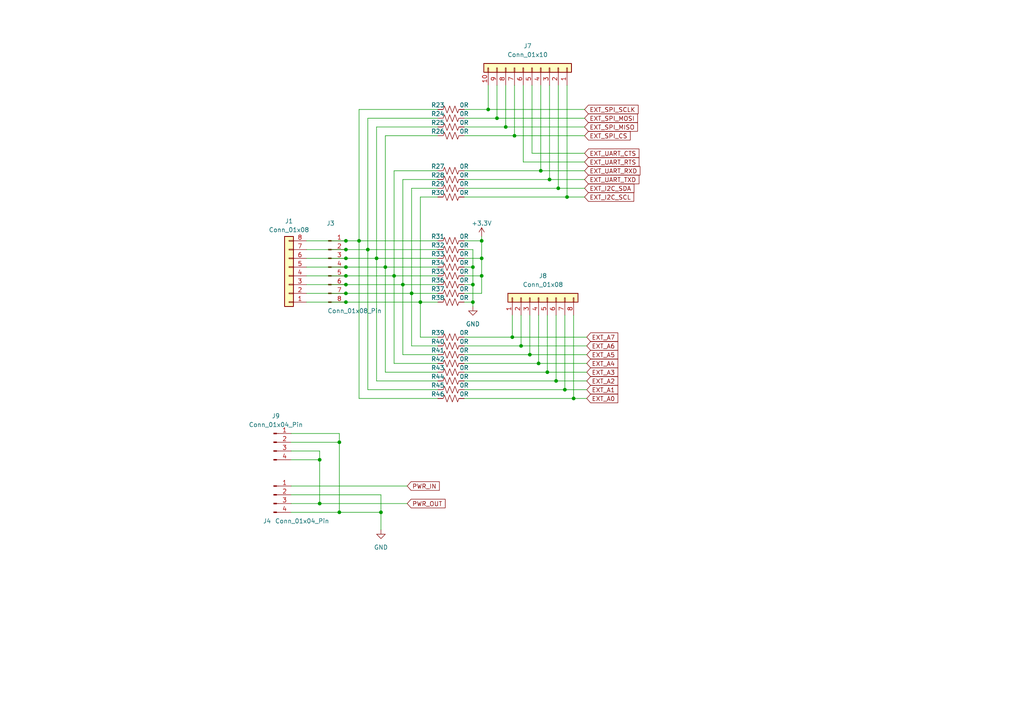
<source format=kicad_sch>
(kicad_sch (version 20230121) (generator eeschema)
  (paper "A4")
  (lib_symbols
    (symbol "Connector:Conn_01x04_Pin" (pin_names (offset 1.016) hide)
      (property "Reference" "J" (at 0 5.08 0))
      (property "Value" "Conn_01x04_Pin" (at 0 -7.62 0))
      (symbol "Conn_01x04_Pin_1_1"
        (polyline (pts (xy 1.27 -5.08) (xy 0.8636 -5.08)) (stroke (width 0.1524)))
        (polyline (pts (xy 1.27 -2.54) (xy 0.8636 -2.54)) (stroke (width 0.1524)))
        (polyline (pts (xy 1.27 0) (xy 0.8636 0)) (stroke (width 0.1524)))
        (polyline (pts (xy 1.27 2.54) (xy 0.8636 2.54)) (stroke (width 0.1524)))
        (rectangle (start 0.8636 -4.953) (end 0 -5.207) (stroke (width 0.1524)) (fill (type outline)))
        (rectangle (start 0.8636 -2.413) (end 0 -2.667) (stroke (width 0.1524)) (fill (type outline)))
        (rectangle (start 0.8636 0.127) (end 0 -0.127) (stroke (width 0.1524)) (fill (type outline)))
        (rectangle (start 0.8636 2.667) (end 0 2.413) (stroke (width 0.1524)) (fill (type outline)))
        (pin passive line (at 5.08 2.54 180) (length 3.81) (name "Pin_1") (number "1"))
        (pin passive line (at 5.08 0 180) (length 3.81) (name "Pin_2") (number "2"))
        (pin passive line (at 5.08 -2.54 180) (length 3.81) (name "Pin_3") (number "3"))
        (pin passive line (at 5.08 -5.08 180) (length 3.81) (name "Pin_4") (number "4"))
      )
    )
    (symbol "Connector:Conn_01x08_Pin" (pin_names (offset 1.016) hide)
      (property "Reference" "J" (at 0 10.16 0))
      (property "Value" "Conn_01x08_Pin" (at 0 -12.7 0))
      (symbol "Conn_01x08_Pin_1_1"
        (polyline (pts (xy 1.27 -10.16) (xy 0.8636 -10.16)) (stroke (width 0.1524)))
        (polyline (pts (xy 1.27 -7.62) (xy 0.8636 -7.62)) (stroke (width 0.1524)))
        (polyline (pts (xy 1.27 -5.08) (xy 0.8636 -5.08)) (stroke (width 0.1524)))
        (polyline (pts (xy 1.27 -2.54) (xy 0.8636 -2.54)) (stroke (width 0.1524)))
        (polyline (pts (xy 1.27 0) (xy 0.8636 0)) (stroke (width 0.1524)))
        (polyline (pts (xy 1.27 2.54) (xy 0.8636 2.54)) (stroke (width 0.1524)))
        (polyline (pts (xy 1.27 5.08) (xy 0.8636 5.08)) (stroke (width 0.1524)))
        (polyline (pts (xy 1.27 7.62) (xy 0.8636 7.62)) (stroke (width 0.1524)))
        (rectangle (start 0.8636 -10.033) (end 0 -10.287) (stroke (width 0.1524)) (fill (type outline)))
        (rectangle (start 0.8636 -7.493) (end 0 -7.747) (stroke (width 0.1524)) (fill (type outline)))
        (rectangle (start 0.8636 -4.953) (end 0 -5.207) (stroke (width 0.1524)) (fill (type outline)))
        (rectangle (start 0.8636 -2.413) (end 0 -2.667) (stroke (width 0.1524)) (fill (type outline)))
        (rectangle (start 0.8636 0.127) (end 0 -0.127) (stroke (width 0.1524)) (fill (type outline)))
        (rectangle (start 0.8636 2.667) (end 0 2.413) (stroke (width 0.1524)) (fill (type outline)))
        (rectangle (start 0.8636 5.207) (end 0 4.953) (stroke (width 0.1524)) (fill (type outline)))
        (rectangle (start 0.8636 7.747) (end 0 7.493) (stroke (width 0.1524)) (fill (type outline)))
        (pin passive line (at 5.08 7.62 180) (length 3.81) (name "Pin_1") (number "1"))
        (pin passive line (at 5.08 5.08 180) (length 3.81) (name "Pin_2") (number "2"))
        (pin passive line (at 5.08 2.54 180) (length 3.81) (name "Pin_3") (number "3"))
        (pin passive line (at 5.08 0 180) (length 3.81) (name "Pin_4") (number "4"))
        (pin passive line (at 5.08 -2.54 180) (length 3.81) (name "Pin_5") (number "5"))
        (pin passive line (at 5.08 -5.08 180) (length 3.81) (name "Pin_6") (number "6"))
        (pin passive line (at 5.08 -7.62 180) (length 3.81) (name "Pin_7") (number "7"))
        (pin passive line (at 5.08 -10.16 180) (length 3.81) (name "Pin_8") (number "8"))
      )
    )
    (symbol "Connector_Generic:Conn_01x08" (pin_names (offset 1.016) hide)
      (property "Reference" "J" (at 0 10.16 0))
      (property "Value" "Conn_01x08" (at 0 -12.7 0))
      (symbol "Conn_01x08_1_1"
        (rectangle (start -1.27 -10.033) (end 0 -10.287) (stroke (width 0.1524)))
        (rectangle (start -1.27 -7.493) (end 0 -7.747) (stroke (width 0.1524)))
        (rectangle (start -1.27 -4.953) (end 0 -5.207) (stroke (width 0.1524)))
        (rectangle (start -1.27 -2.413) (end 0 -2.667) (stroke (width 0.1524)))
        (rectangle (start -1.27 0.127) (end 0 -0.127) (stroke (width 0.1524)))
        (rectangle (start -1.27 2.667) (end 0 2.413) (stroke (width 0.1524)))
        (rectangle (start -1.27 5.207) (end 0 4.953) (stroke (width 0.1524)))
        (rectangle (start -1.27 7.747) (end 0 7.493) (stroke (width 0.1524)))
        (rectangle (start -1.27 8.89) (end 1.27 -11.43) (stroke (width 0.254)) (fill (type background)))
        (pin passive line (at -5.08 7.62 0) (length 3.81) (name "Pin_1") (number "1"))
        (pin passive line (at -5.08 5.08 0) (length 3.81) (name "Pin_2") (number "2"))
        (pin passive line (at -5.08 2.54 0) (length 3.81) (name "Pin_3") (number "3"))
        (pin passive line (at -5.08 0 0) (length 3.81) (name "Pin_4") (number "4"))
        (pin passive line (at -5.08 -2.54 0) (length 3.81) (name "Pin_5") (number "5"))
        (pin passive line (at -5.08 -5.08 0) (length 3.81) (name "Pin_6") (number "6"))
        (pin passive line (at -5.08 -7.62 0) (length 3.81) (name "Pin_7") (number "7"))
        (pin passive line (at -5.08 -10.16 0) (length 3.81) (name "Pin_8") (number "8"))
      )
    )
    (symbol "Connector_Generic:Conn_01x10" (pin_names (offset 1.016) hide)
      (property "Reference" "J" (at 0 12.7 0))
      (property "Value" "Conn_01x10" (at 0 -15.24 0))
      (symbol "Conn_01x10_1_1"
        (rectangle (start -1.27 -12.573) (end 0 -12.827) (stroke (width 0.1524)))
        (rectangle (start -1.27 -10.033) (end 0 -10.287) (stroke (width 0.1524)))
        (rectangle (start -1.27 -7.493) (end 0 -7.747) (stroke (width 0.1524)))
        (rectangle (start -1.27 -4.953) (end 0 -5.207) (stroke (width 0.1524)))
        (rectangle (start -1.27 -2.413) (end 0 -2.667) (stroke (width 0.1524)))
        (rectangle (start -1.27 0.127) (end 0 -0.127) (stroke (width 0.1524)))
        (rectangle (start -1.27 2.667) (end 0 2.413) (stroke (width 0.1524)))
        (rectangle (start -1.27 5.207) (end 0 4.953) (stroke (width 0.1524)))
        (rectangle (start -1.27 7.747) (end 0 7.493) (stroke (width 0.1524)))
        (rectangle (start -1.27 10.287) (end 0 10.033) (stroke (width 0.1524)))
        (rectangle (start -1.27 11.43) (end 1.27 -13.97) (stroke (width 0.254)) (fill (type background)))
        (pin passive line (at -5.08 10.16 0) (length 3.81) (name "Pin_1") (number "1"))
        (pin passive line (at -5.08 -12.7 0) (length 3.81) (name "Pin_10") (number "10"))
        (pin passive line (at -5.08 7.62 0) (length 3.81) (name "Pin_2") (number "2"))
        (pin passive line (at -5.08 5.08 0) (length 3.81) (name "Pin_3") (number "3"))
        (pin passive line (at -5.08 2.54 0) (length 3.81) (name "Pin_4") (number "4"))
        (pin passive line (at -5.08 0 0) (length 3.81) (name "Pin_5") (number "5"))
        (pin passive line (at -5.08 -2.54 0) (length 3.81) (name "Pin_6") (number "6"))
        (pin passive line (at -5.08 -5.08 0) (length 3.81) (name "Pin_7") (number "7"))
        (pin passive line (at -5.08 -7.62 0) (length 3.81) (name "Pin_8") (number "8"))
        (pin passive line (at -5.08 -10.16 0) (length 3.81) (name "Pin_9") (number "9"))
      )
    )
    (symbol "Device:R_US" (pin_numbers hide) (pin_names (offset 0))
      (property "Reference" "R" (at 2.54 0 90))
      (property "Value" "R_US" (at -2.54 0 90))
      (symbol "R_US_0_1"
        (polyline (pts (xy 0 -2.286) (xy 0 -2.54)))
        (polyline (pts (xy 0 2.286) (xy 0 2.54)))
        (polyline (pts (xy 0 -0.762) (xy 1.016 -1.143) (xy 0 -1.524) (xy -1.016 -1.905) (xy 0 -2.286)))
        (polyline (pts (xy 0 0.762) (xy 1.016 0.381) (xy 0 0) (xy -1.016 -0.381) (xy 0 -0.762)))
        (polyline (pts (xy 0 2.286) (xy 1.016 1.905) (xy 0 1.524) (xy -1.016 1.143) (xy 0 0.762)))
      )
      (symbol "R_US_1_1"
        (pin passive line (at 0 3.81 270) (length 1.27) (name "~") (number "1"))
        (pin passive line (at 0 -3.81 90) (length 1.27) (name "~") (number "2"))
      )
    )
    (symbol "power:+3.3V" (power) (pin_names (offset 0))
      (property "Value" "+3.3V" (at 0 3.556 0))
      (symbol "+3.3V_0_1"
        (polyline (pts (xy -0.762 1.27) (xy 0 2.54)))
        (polyline (pts (xy 0 0) (xy 0 2.54)))
        (polyline (pts (xy 0 2.54) (xy 0.762 1.27)))
      )
      (symbol "+3.3V_1_1"
        (pin power_in line (at 0 0 90) (length 0) hide (name "+3.3V") (number "1"))
      )
    )
    (symbol "power:GND" (power) (pin_names (offset 0))
      (property "Value" "GND" (at 0 -3.81 0))
      (symbol "GND_0_1"
        (polyline (pts (xy 0 0) (xy 0 -1.27) (xy 1.27 -1.27) (xy 0 -2.54) (xy -1.27 -1.27) (xy 0 -1.27)))
      )
      (symbol "GND_1_1"
        (pin power_in line (at 0 0 270) (length 0) hide (name "GND") (number "1"))
      )
    )
  )
  (junction (at 156.845 49.53))
  (junction (at 100.33 77.47))
  (junction (at 98.425 128.27))
  (junction (at 98.425 148.59))
  (junction (at 161.925 54.61))
  (junction (at 164.465 57.15))
  (junction (at 100.33 85.09))
  (junction (at 137.16 82.55))
  (junction (at 100.33 69.85))
  (junction (at 166.37 115.57))
  (junction (at 139.7 69.85))
  (junction (at 137.16 87.63))
  (junction (at 110.49 148.59))
  (junction (at 141.605 31.75))
  (junction (at 106.68 72.39))
  (junction (at 92.71 146.05))
  (junction (at 100.33 80.01))
  (junction (at 137.16 77.47))
  (junction (at 156.21 105.41))
  (junction (at 104.14 69.85))
  (junction (at 100.33 87.63))
  (junction (at 139.7 74.93))
  (junction (at 119.38 85.09))
  (junction (at 146.685 36.83))
  (junction (at 163.83 113.03))
  (junction (at 100.33 74.93))
  (junction (at 100.33 72.39))
  (junction (at 114.3 80.01))
  (junction (at 111.76 77.47))
  (junction (at 92.71 133.35))
  (junction (at 153.67 102.87))
  (junction (at 116.84 82.55))
  (junction (at 159.385 52.07))
  (junction (at 109.22 74.93))
  (junction (at 100.33 82.55))
  (junction (at 121.92 87.63))
  (junction (at 151.13 100.33))
  (junction (at 148.59 97.79))
  (junction (at 144.145 34.29))
  (junction (at 149.225 39.37))
  (junction (at 158.75 107.95))
  (junction (at 161.29 110.49))
  (junction (at 139.7 80.01))
  (wire (pts (xy 98.425 148.59) (xy 110.49 148.59)))
  (wire (pts (xy 127 57.15) (xy 121.92 57.15)))
  (wire (pts (xy 100.33 85.09) (xy 119.38 85.09)))
  (wire (pts (xy 106.68 34.29) (xy 106.68 72.39)))
  (wire (pts (xy 127 54.61) (xy 119.38 54.61)))
  (wire (pts (xy 100.33 74.93) (xy 109.22 74.93)))
  (wire (pts (xy 127 107.95) (xy 111.76 107.95)))
  (wire (pts (xy 163.83 91.44) (xy 163.83 113.03)))
  (wire (pts (xy 92.71 133.35) (xy 92.71 146.05)))
  (wire (pts (xy 134.62 87.63) (xy 137.16 87.63)))
  (wire (pts (xy 149.225 39.37) (xy 169.545 39.37)))
  (wire (pts (xy 116.84 82.55) (xy 127 82.55)))
  (wire (pts (xy 88.9 87.63) (xy 100.33 87.63)))
  (wire (pts (xy 154.305 24.765) (xy 154.305 44.45)))
  (wire (pts (xy 119.38 85.09) (xy 127 85.09)))
  (wire (pts (xy 92.71 146.05) (xy 118.11 146.05)))
  (wire (pts (xy 127 39.37) (xy 111.76 39.37)))
  (wire (pts (xy 151.13 91.44) (xy 151.13 100.33)))
  (wire (pts (xy 146.685 36.83) (xy 169.545 36.83)))
  (wire (pts (xy 127 102.87) (xy 116.84 102.87)))
  (wire (pts (xy 166.37 115.57) (xy 134.62 115.57)))
  (wire (pts (xy 114.3 105.41) (xy 114.3 80.01)))
  (wire (pts (xy 141.605 24.765) (xy 141.605 31.75)))
  (wire (pts (xy 134.62 72.39) (xy 137.16 72.39)))
  (wire (pts (xy 137.16 87.63) (xy 137.16 88.9)))
  (wire (pts (xy 159.385 24.765) (xy 159.385 52.07)))
  (wire (pts (xy 119.38 100.33) (xy 119.38 85.09)))
  (wire (pts (xy 88.9 82.55) (xy 100.33 82.55)))
  (wire (pts (xy 134.62 34.29) (xy 144.145 34.29)))
  (wire (pts (xy 88.9 80.01) (xy 100.33 80.01)))
  (wire (pts (xy 161.29 91.44) (xy 161.29 110.49)))
  (wire (pts (xy 88.9 85.09) (xy 100.33 85.09)))
  (wire (pts (xy 156.845 24.765) (xy 156.845 49.53)))
  (wire (pts (xy 100.33 87.63) (xy 121.92 87.63)))
  (wire (pts (xy 127 31.75) (xy 104.14 31.75)))
  (wire (pts (xy 104.14 69.85) (xy 127 69.85)))
  (wire (pts (xy 100.33 69.85) (xy 104.14 69.85)))
  (wire (pts (xy 170.18 105.41) (xy 156.21 105.41)))
  (wire (pts (xy 161.925 24.765) (xy 161.925 54.61)))
  (wire (pts (xy 88.9 69.85) (xy 100.33 69.85)))
  (wire (pts (xy 106.68 113.03) (xy 106.68 72.39)))
  (wire (pts (xy 134.62 49.53) (xy 156.845 49.53)))
  (wire (pts (xy 137.16 72.39) (xy 137.16 77.47)))
  (wire (pts (xy 88.9 74.93) (xy 100.33 74.93)))
  (wire (pts (xy 98.425 125.73) (xy 98.425 128.27)))
  (wire (pts (xy 109.22 110.49) (xy 109.22 74.93)))
  (wire (pts (xy 151.13 100.33) (xy 134.62 100.33)))
  (wire (pts (xy 121.92 87.63) (xy 127 87.63)))
  (wire (pts (xy 151.765 46.99) (xy 169.545 46.99)))
  (wire (pts (xy 161.29 110.49) (xy 134.62 110.49)))
  (wire (pts (xy 109.22 74.93) (xy 127 74.93)))
  (wire (pts (xy 134.62 82.55) (xy 137.16 82.55)))
  (wire (pts (xy 98.425 128.27) (xy 98.425 148.59)))
  (wire (pts (xy 159.385 52.07) (xy 169.545 52.07)))
  (wire (pts (xy 84.455 130.81) (xy 92.71 130.81)))
  (wire (pts (xy 100.33 72.39) (xy 106.68 72.39)))
  (wire (pts (xy 134.62 77.47) (xy 137.16 77.47)))
  (wire (pts (xy 116.84 52.07) (xy 116.84 82.55)))
  (wire (pts (xy 134.62 85.09) (xy 139.7 85.09)))
  (wire (pts (xy 153.67 91.44) (xy 153.67 102.87)))
  (wire (pts (xy 84.455 133.35) (xy 92.71 133.35)))
  (wire (pts (xy 158.75 91.44) (xy 158.75 107.95)))
  (wire (pts (xy 109.22 36.83) (xy 109.22 74.93)))
  (wire (pts (xy 139.7 74.93) (xy 139.7 69.85)))
  (wire (pts (xy 111.76 39.37) (xy 111.76 77.47)))
  (wire (pts (xy 151.765 24.765) (xy 151.765 46.99)))
  (wire (pts (xy 170.18 115.57) (xy 166.37 115.57)))
  (wire (pts (xy 127 36.83) (xy 109.22 36.83)))
  (wire (pts (xy 134.62 102.87) (xy 153.67 102.87)))
  (wire (pts (xy 137.16 82.55) (xy 137.16 87.63)))
  (wire (pts (xy 100.33 77.47) (xy 111.76 77.47)))
  (wire (pts (xy 134.62 113.03) (xy 163.83 113.03)))
  (wire (pts (xy 156.21 91.44) (xy 156.21 105.41)))
  (wire (pts (xy 134.62 36.83) (xy 146.685 36.83)))
  (wire (pts (xy 134.62 97.79) (xy 148.59 97.79)))
  (wire (pts (xy 170.18 110.49) (xy 161.29 110.49)))
  (wire (pts (xy 169.545 44.45) (xy 154.305 44.45)))
  (wire (pts (xy 141.605 31.75) (xy 169.545 31.75)))
  (wire (pts (xy 134.62 31.75) (xy 141.605 31.75)))
  (wire (pts (xy 127 49.53) (xy 114.3 49.53)))
  (wire (pts (xy 84.455 148.59) (xy 98.425 148.59)))
  (wire (pts (xy 84.455 143.51) (xy 110.49 143.51)))
  (wire (pts (xy 127 100.33) (xy 119.38 100.33)))
  (wire (pts (xy 121.92 57.15) (xy 121.92 87.63)))
  (wire (pts (xy 164.465 24.765) (xy 164.465 57.15)))
  (wire (pts (xy 146.685 24.765) (xy 146.685 36.83)))
  (wire (pts (xy 127 110.49) (xy 109.22 110.49)))
  (wire (pts (xy 134.62 107.95) (xy 158.75 107.95)))
  (wire (pts (xy 84.455 140.97) (xy 118.11 140.97)))
  (wire (pts (xy 149.225 24.765) (xy 149.225 39.37)))
  (wire (pts (xy 111.76 77.47) (xy 127 77.47)))
  (wire (pts (xy 88.9 72.39) (xy 100.33 72.39)))
  (wire (pts (xy 121.92 97.79) (xy 121.92 87.63)))
  (wire (pts (xy 134.62 52.07) (xy 159.385 52.07)))
  (wire (pts (xy 119.38 54.61) (xy 119.38 85.09)))
  (wire (pts (xy 127 105.41) (xy 114.3 105.41)))
  (wire (pts (xy 158.75 107.95) (xy 170.18 107.95)))
  (wire (pts (xy 100.33 82.55) (xy 116.84 82.55)))
  (wire (pts (xy 114.3 49.53) (xy 114.3 80.01)))
  (wire (pts (xy 148.59 91.44) (xy 148.59 97.79)))
  (wire (pts (xy 104.14 115.57) (xy 104.14 69.85)))
  (wire (pts (xy 100.33 80.01) (xy 114.3 80.01)))
  (wire (pts (xy 84.455 125.73) (xy 98.425 125.73)))
  (wire (pts (xy 127 97.79) (xy 121.92 97.79)))
  (wire (pts (xy 106.68 72.39) (xy 127 72.39)))
  (wire (pts (xy 110.49 153.67) (xy 110.49 148.59)))
  (wire (pts (xy 104.14 31.75) (xy 104.14 69.85)))
  (wire (pts (xy 166.37 91.44) (xy 166.37 115.57)))
  (wire (pts (xy 127 115.57) (xy 104.14 115.57)))
  (wire (pts (xy 92.71 130.81) (xy 92.71 133.35)))
  (wire (pts (xy 139.7 80.01) (xy 139.7 74.93)))
  (wire (pts (xy 84.455 128.27) (xy 98.425 128.27)))
  (wire (pts (xy 84.455 146.05) (xy 92.71 146.05)))
  (wire (pts (xy 127 34.29) (xy 106.68 34.29)))
  (wire (pts (xy 134.62 54.61) (xy 161.925 54.61)))
  (wire (pts (xy 161.925 54.61) (xy 169.545 54.61)))
  (wire (pts (xy 127 113.03) (xy 106.68 113.03)))
  (wire (pts (xy 156.845 49.53) (xy 169.545 49.53)))
  (wire (pts (xy 116.84 102.87) (xy 116.84 82.55)))
  (wire (pts (xy 153.67 102.87) (xy 170.18 102.87)))
  (wire (pts (xy 156.21 105.41) (xy 134.62 105.41)))
  (wire (pts (xy 148.59 97.79) (xy 170.18 97.79)))
  (wire (pts (xy 134.62 39.37) (xy 149.225 39.37)))
  (wire (pts (xy 127 52.07) (xy 116.84 52.07)))
  (wire (pts (xy 139.7 69.85) (xy 139.7 68.58)))
  (wire (pts (xy 134.62 57.15) (xy 164.465 57.15)))
  (wire (pts (xy 88.9 77.47) (xy 100.33 77.47)))
  (wire (pts (xy 110.49 148.59) (xy 110.49 143.51)))
  (wire (pts (xy 139.7 85.09) (xy 139.7 80.01)))
  (wire (pts (xy 144.145 34.29) (xy 169.545 34.29)))
  (wire (pts (xy 134.62 74.93) (xy 139.7 74.93)))
  (wire (pts (xy 137.16 77.47) (xy 137.16 82.55)))
  (wire (pts (xy 134.62 69.85) (xy 139.7 69.85)))
  (wire (pts (xy 163.83 113.03) (xy 170.18 113.03)))
  (wire (pts (xy 134.62 80.01) (xy 139.7 80.01)))
  (wire (pts (xy 111.76 107.95) (xy 111.76 77.47)))
  (wire (pts (xy 164.465 57.15) (xy 169.545 57.15)))
  (wire (pts (xy 114.3 80.01) (xy 127 80.01)))
  (wire (pts (xy 144.145 24.765) (xy 144.145 34.29)))
  (wire (pts (xy 170.18 100.33) (xy 151.13 100.33)))
  (global_label "EXT_A4" (shape input) (at 170.18 105.41 0) (property "Intersheetrefs" "${INTERSHEET_REFS}" (effects hide)))
  (global_label "EXT_SPI_MOSI" (shape input) (at 169.545 34.29 0) (property "Intersheetrefs" "${INTERSHEET_REFS}" (effects hide)))
  (global_label "EXT_A2" (shape input) (at 170.18 110.49 0) (property "Intersheetrefs" "${INTERSHEET_REFS}" (effects hide)))
  (global_label "EXT_SPI_CS" (shape input) (at 169.545 39.37 0) (property "Intersheetrefs" "${INTERSHEET_REFS}" (effects hide)))
  (global_label "EXT_UART_CTS" (shape input) (at 169.545 44.45 0) (property "Intersheetrefs" "${INTERSHEET_REFS}" (effects hide)))
  (global_label "PWR_OUT" (shape input) (at 118.11 146.05 0) (property "Intersheetrefs" "${INTERSHEET_REFS}" (effects hide)))
  (global_label "EXT_A3" (shape input) (at 170.18 107.95 0) (property "Intersheetrefs" "${INTERSHEET_REFS}" (effects hide)))
  (global_label "EXT_A5" (shape input) (at 170.18 102.87 0) (property "Intersheetrefs" "${INTERSHEET_REFS}" (effects hide)))
  (global_label "EXT_I2C_SCL" (shape input) (at 169.545 57.15 0) (property "Intersheetrefs" "${INTERSHEET_REFS}" (effects hide)))
  (global_label "EXT_UART_RTS" (shape input) (at 169.545 46.99 0) (property "Intersheetrefs" "${INTERSHEET_REFS}" (effects hide)))
  (global_label "EXT_UART_RXD" (shape input) (at 169.545 49.53 0) (property "Intersheetrefs" "${INTERSHEET_REFS}" (effects hide)))
  (global_label "EXT_SPI_MISO" (shape input) (at 169.545 36.83 0) (property "Intersheetrefs" "${INTERSHEET_REFS}" (effects hide)))
  (global_label "EXT_A1" (shape input) (at 170.18 113.03 0) (property "Intersheetrefs" "${INTERSHEET_REFS}" (effects hide)))
  (global_label "EXT_A6" (shape input) (at 170.18 100.33 0) (property "Intersheetrefs" "${INTERSHEET_REFS}" (effects hide)))
  (global_label "EXT_UART_TXD" (shape input) (at 169.545 52.07 0) (property "Intersheetrefs" "${INTERSHEET_REFS}" (effects hide)))
  (global_label "EXT_A7" (shape input) (at 170.18 97.79 0) (property "Intersheetrefs" "${INTERSHEET_REFS}" (effects hide)))
  (global_label "EXT_I2C_SDA" (shape input) (at 169.545 54.61 0) (property "Intersheetrefs" "${INTERSHEET_REFS}" (effects hide)))
  (global_label "EXT_SPI_SCLK" (shape input) (at 169.545 31.75 0) (property "Intersheetrefs" "${INTERSHEET_REFS}" (effects hide)))
  (global_label "EXT_A0" (shape input) (at 170.18 115.57 0) (property "Intersheetrefs" "${INTERSHEET_REFS}" (effects hide)))
  (global_label "PWR_IN" (shape input) (at 118.11 140.97 0) (property "Intersheetrefs" "${INTERSHEET_REFS}" (effects hide)))
  (symbol (lib_id "Connector:Conn_01x08_Pin") (at 95.25 77.47 0) (unit 1)
    (property "Reference" "J3" (at 95.885 64.77 0))
    (property "Value" "Conn_01x08_Pin" (at 102.87 90.17 0))
    (property "Footprint" "Connector_Molex:Molex_CLIK-Mate_502443-0870_1x08-1MP_P2.00mm_Vertical" (effects hide))
  )
  (symbol (lib_id "Device:R_US") (at 130.81 77.47 90) (unit 1)
    (property "Reference" "R34" (at 127 76.2 90))
    (property "Value" "0R" (at 134.62 76.2 90))
    (property "Footprint" "Resistor_SMD:R_0603_1608Metric" (effects hide))
  )
  (symbol (lib_id "power:+3.3V") (at 139.7 68.58 0) (unit 1)
    (property "Reference" "#PWR028" (effects hide))
    (property "Value" "+3.3V" (at 139.7 64.77 0))
  )
  (symbol (lib_id "Device:R_US") (at 130.81 57.15 90) (unit 1)
    (property "Reference" "R30" (at 127 55.88 90))
    (property "Value" "0R" (at 134.62 55.88 90))
    (property "Footprint" "Resistor_SMD:R_0603_1608Metric" (effects hide))
  )
  (symbol (lib_id "Device:R_US") (at 130.81 110.49 90) (unit 1)
    (property "Reference" "R44" (at 127 109.22 90))
    (property "Value" "0R" (at 134.62 109.22 90))
    (property "Footprint" "Resistor_SMD:R_0603_1608Metric" (effects hide))
  )
  (symbol (lib_id "Device:R_US") (at 130.81 69.85 90) (unit 1)
    (property "Reference" "R31" (at 127 68.58 90))
    (property "Value" "0R" (at 134.62 68.58 90))
    (property "Footprint" "Resistor_SMD:R_0603_1608Metric" (effects hide))
  )
  (symbol (lib_id "Device:R_US") (at 130.81 36.83 90) (unit 1)
    (property "Reference" "R25" (at 127 35.56 90))
    (property "Value" "0R" (at 134.62 35.56 90))
    (property "Footprint" "Resistor_SMD:R_0603_1608Metric" (effects hide))
  )
  (symbol (lib_id "Device:R_US") (at 130.81 54.61 90) (unit 1)
    (property "Reference" "R29" (at 127 53.34 90))
    (property "Value" "0R" (at 134.62 53.34 90))
    (property "Footprint" "Resistor_SMD:R_0603_1608Metric" (effects hide))
  )
  (symbol (lib_id "Device:R_US") (at 130.81 31.75 90) (unit 1)
    (property "Reference" "R23" (at 127 30.48 90))
    (property "Value" "0R" (at 134.62 30.48 90))
    (property "Footprint" "Resistor_SMD:R_0603_1608Metric" (effects hide))
  )
  (symbol (lib_id "Device:R_US") (at 130.81 82.55 90) (unit 1)
    (property "Reference" "R36" (at 127 81.28 90))
    (property "Value" "0R" (at 134.62 81.28 90))
    (property "Footprint" "Resistor_SMD:R_0603_1608Metric" (effects hide))
  )
  (symbol (lib_id "Connector_Generic:Conn_01x08") (at 83.82 80.01 180) (unit 1)
    (property "Reference" "J1" (at 83.82 64.135 0))
    (property "Value" "Conn_01x08" (at 83.82 66.675 0))
    (property "Footprint" "Connector_PinHeader_1.27mm:PinHeader_1x08_P1.27mm_Vertical" (effects hide))
  )
  (symbol (lib_id "Device:R_US") (at 130.81 85.09 90) (unit 1)
    (property "Reference" "R37" (at 127 83.82 90))
    (property "Value" "0R" (at 134.62 83.82 90))
    (property "Footprint" "Resistor_SMD:R_0603_1608Metric" (effects hide))
  )
  (symbol (lib_id "Device:R_US") (at 130.81 87.63 90) (unit 1)
    (property "Reference" "R38" (at 127 86.36 90))
    (property "Value" "0R" (at 134.62 86.36 90))
    (property "Footprint" "Resistor_SMD:R_0603_1608Metric" (effects hide))
  )
  (symbol (lib_id "Device:R_US") (at 130.81 115.57 90) (unit 1)
    (property "Reference" "R46" (at 127 114.3 90))
    (property "Value" "0R" (at 134.62 114.3 90))
    (property "Footprint" "Resistor_SMD:R_0603_1608Metric" (effects hide))
  )
  (symbol (lib_id "power:GND") (at 137.16 88.9 0) (unit 1)
    (property "Reference" "#PWR027" (effects hide))
    (property "Value" "GND" (at 137.16 93.98 0))
  )
  (symbol (lib_id "Connector:Conn_01x04_Pin") (at 79.375 128.27 0) (unit 1)
    (property "Reference" "J9" (at 80.01 120.65 0))
    (property "Value" "Conn_01x04_Pin" (at 80.01 123.19 0))
    (property "Footprint" "Connector_PinSocket_1.27mm:PinSocket_1x04_P1.27mm_Vertical" (effects hide))
  )
  (symbol (lib_id "Device:R_US") (at 130.81 100.33 90) (unit 1)
    (property "Reference" "R40" (at 127 99.06 90))
    (property "Value" "0R" (at 134.62 99.06 90))
    (property "Footprint" "Resistor_SMD:R_0603_1608Metric" (effects hide))
  )
  (symbol (lib_id "Connector_Generic:Conn_01x08") (at 156.21 86.36 90) (unit 1)
    (property "Reference" "J8" (at 157.48 80.01 90))
    (property "Value" "Conn_01x08" (at 157.48 82.55 90))
    (property "Footprint" "Connector_PinHeader_1.27mm:PinHeader_1x08_P1.27mm_Vertical" (effects hide))
  )
  (symbol (lib_id "Device:R_US") (at 130.81 80.01 90) (unit 1)
    (property "Reference" "R35" (at 127 78.74 90))
    (property "Value" "0R" (at 134.62 78.74 90))
    (property "Footprint" "Resistor_SMD:R_0603_1608Metric" (effects hide))
  )
  (symbol (lib_id "Device:R_US") (at 130.81 107.95 90) (unit 1)
    (property "Reference" "R43" (at 127 106.68 90))
    (property "Value" "0R" (at 134.62 106.68 90))
    (property "Footprint" "Resistor_SMD:R_0603_1608Metric" (effects hide))
  )
  (symbol (lib_id "Device:R_US") (at 130.81 105.41 90) (unit 1)
    (property "Reference" "R42" (at 127 104.14 90))
    (property "Value" "0R" (at 134.62 104.14 90))
    (property "Footprint" "Resistor_SMD:R_0603_1608Metric" (effects hide))
  )
  (symbol (lib_id "Connector_Generic:Conn_01x10") (at 154.305 19.685 270) (mirror x) (unit 1)
    (property "Reference" "J7" (at 153.035 13.335 90))
    (property "Value" "Conn_01x10" (at 153.035 15.875 90))
    (property "Footprint" "Connector_PinHeader_1.27mm:PinHeader_1x10_P1.27mm_Vertical" (effects hide))
  )
  (symbol (lib_id "Device:R_US") (at 130.81 72.39 90) (unit 1)
    (property "Reference" "R32" (at 127 71.12 90))
    (property "Value" "0R" (at 134.62 71.12 90))
    (property "Footprint" "Resistor_SMD:R_0603_1608Metric" (effects hide))
  )
  (symbol (lib_id "Device:R_US") (at 130.81 52.07 90) (unit 1)
    (property "Reference" "R28" (at 127 50.8 90))
    (property "Value" "0R" (at 134.62 50.8 90))
    (property "Footprint" "Resistor_SMD:R_0603_1608Metric" (effects hide))
  )
  (symbol (lib_id "Device:R_US") (at 130.81 113.03 90) (unit 1)
    (property "Reference" "R45" (at 127 111.76 90))
    (property "Value" "0R" (at 134.62 111.76 90))
    (property "Footprint" "Resistor_SMD:R_0603_1608Metric" (effects hide))
  )
  (symbol (lib_id "Device:R_US") (at 130.81 74.93 90) (unit 1)
    (property "Reference" "R33" (at 127 73.66 90))
    (property "Value" "0R" (at 134.62 73.66 90))
    (property "Footprint" "Resistor_SMD:R_0603_1608Metric" (effects hide))
  )
  (symbol (lib_id "Device:R_US") (at 130.81 102.87 90) (unit 1)
    (property "Reference" "R41" (at 127 101.6 90))
    (property "Value" "0R" (at 134.62 101.6 90))
    (property "Footprint" "Resistor_SMD:R_0603_1608Metric" (effects hide))
  )
  (symbol (lib_id "Device:R_US") (at 130.81 97.79 90) (unit 1)
    (property "Reference" "R39" (at 127 96.52 90))
    (property "Value" "0R" (at 134.62 96.52 90))
    (property "Footprint" "Resistor_SMD:R_0603_1608Metric" (effects hide))
  )
  (symbol (lib_id "Device:R_US") (at 130.81 34.29 90) (unit 1)
    (property "Reference" "R24" (at 127 33.02 90))
    (property "Value" "0R" (at 134.62 33.02 90))
    (property "Footprint" "Resistor_SMD:R_0603_1608Metric" (effects hide))
  )
  (symbol (lib_id "Device:R_US") (at 130.81 49.53 90) (unit 1)
    (property "Reference" "R27" (at 127 48.26 90))
    (property "Value" "0R" (at 134.62 48.26 90))
    (property "Footprint" "Resistor_SMD:R_0603_1608Metric" (effects hide))
  )
  (symbol (lib_id "power:GND") (at 110.49 153.67 0) (unit 1)
    (property "Reference" "#PWR024" (effects hide))
    (property "Value" "GND" (at 110.49 158.75 0))
  )
  (symbol (lib_id "Connector:Conn_01x04_Pin") (at 79.375 143.51 0) (unit 1)
    (property "Reference" "J4" (at 77.47 151.13 0))
    (property "Value" "Conn_01x04_Pin" (at 87.63 151.13 0))
    (property "Footprint" "Connector_Molex:Molex_KK-396_A-41792-0004_1x04_P3.96mm_Horizontal" (effects hide))
  )
  (symbol (lib_id "Device:R_US") (at 130.81 39.37 90) (unit 1)
    (property "Reference" "R26" (at 127 38.1 90))
    (property "Value" "0R" (at 134.62 38.1 90))
    (property "Footprint" "Resistor_SMD:R_0603_1608Metric" (effects hide))
  )
)
</source>
